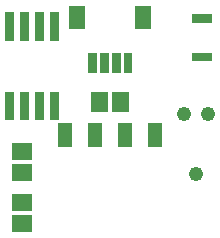
<source format=gbr>
G04 start of page 7 for group -4063 idx -4063 *
G04 Title: (unknown), componentmask *
G04 Creator: pcb 4.0.2 *
G04 CreationDate: Mon Jan 25 18:06:35 2021 UTC *
G04 For: ndholmes *
G04 Format: Gerber/RS-274X *
G04 PCB-Dimensions (mil): 950.00 1050.00 *
G04 PCB-Coordinate-Origin: lower left *
%MOIN*%
%FSLAX25Y25*%
%LNTOPMASK*%
%ADD26C,0.0001*%
%ADD25C,0.0490*%
G54D25*X76000Y38500D03*
X80000Y58500D03*
X72000D03*
G54D26*G36*
X74747Y78985D02*Y76220D01*
X81253D01*
Y78985D01*
X74747D01*
G37*
G36*
Y91780D02*Y89015D01*
X81253D01*
Y91780D01*
X74747D01*
G37*
G36*
X61186Y94599D02*X55862D01*
Y86913D01*
X61186D01*
Y94599D01*
G37*
G36*
X46816Y65752D02*X41098D01*
Y59248D01*
X46816D01*
Y65752D01*
G37*
G36*
X30500Y66000D02*X27500D01*
Y56500D01*
X30500D01*
Y66000D01*
G37*
G36*
X53902Y65752D02*X48184D01*
Y59248D01*
X53902D01*
Y65752D01*
G37*
G36*
X54887Y78851D02*X51925D01*
Y72149D01*
X54887D01*
Y78851D01*
G37*
G36*
X50950D02*X47988D01*
Y72149D01*
X50950D01*
Y78851D01*
G37*
G36*
X47012D02*X44050D01*
Y72149D01*
X47012D01*
Y78851D01*
G37*
G36*
X43075D02*X40113D01*
Y72149D01*
X43075D01*
Y78851D01*
G37*
G36*
X39138Y94599D02*X33814D01*
Y86913D01*
X39138D01*
Y94599D01*
G37*
G36*
X30500Y92500D02*X27500D01*
Y83000D01*
X30500D01*
Y92500D01*
G37*
G36*
X25500D02*X22500D01*
Y83000D01*
X25500D01*
Y92500D01*
G37*
G36*
X20500D02*X17500D01*
Y83000D01*
X20500D01*
Y92500D01*
G37*
G36*
X15500D02*X12500D01*
Y83000D01*
X15500D01*
Y92500D01*
G37*
G36*
Y66000D02*X12500D01*
Y56500D01*
X15500D01*
Y66000D01*
G37*
G36*
X20500D02*X17500D01*
Y56500D01*
X20500D01*
Y66000D01*
G37*
G36*
X25500D02*X22500D01*
Y56500D01*
X25500D01*
Y66000D01*
G37*
G36*
X14748Y41816D02*Y36098D01*
X21252D01*
Y41816D01*
X14748D01*
G37*
G36*
Y48902D02*Y43184D01*
X21252D01*
Y48902D01*
X14748D01*
G37*
G36*
Y24816D02*Y19098D01*
X21252D01*
Y24816D01*
X14748D01*
G37*
G36*
Y31902D02*Y26184D01*
X21252D01*
Y31902D01*
X14748D01*
G37*
G36*
X34850Y55550D02*X30150D01*
Y47450D01*
X34850D01*
Y55550D01*
G37*
G36*
X44850D02*X40150D01*
Y47450D01*
X44850D01*
Y55550D01*
G37*
G36*
X54850D02*X50150D01*
Y47450D01*
X54850D01*
Y55550D01*
G37*
G36*
X64850D02*X60150D01*
Y47450D01*
X64850D01*
Y55550D01*
G37*
M02*

</source>
